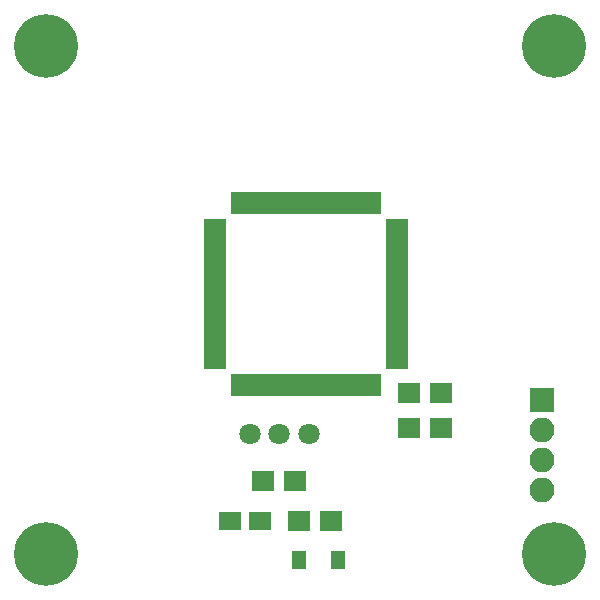
<source format=gbr>
G04 #@! TF.FileFunction,Soldermask,Top*
%FSLAX46Y46*%
G04 Gerber Fmt 4.6, Leading zero omitted, Abs format (unit mm)*
G04 Created by KiCad (PCBNEW 4.0.5) date 03/18/17 14:23:22*
%MOMM*%
%LPD*%
G01*
G04 APERTURE LIST*
%ADD10C,0.100000*%
%ADD11R,1.900000X0.700000*%
%ADD12R,0.700000X1.900000*%
%ADD13R,1.900000X1.700000*%
%ADD14C,1.797000*%
%ADD15C,5.400000*%
%ADD16R,1.900000X1.650000*%
%ADD17R,1.300000X1.600000*%
%ADD18R,2.100000X2.100000*%
%ADD19O,2.100000X2.100000*%
G04 APERTURE END LIST*
D10*
D11*
X17300000Y-18000000D03*
X17300000Y-18500000D03*
X17300000Y-19000000D03*
X17300000Y-19500000D03*
X17300000Y-20000000D03*
X17300000Y-20500000D03*
X17300000Y-21000000D03*
X17300000Y-21500000D03*
X17300000Y-22000000D03*
X17300000Y-22500000D03*
X17300000Y-23000000D03*
X17300000Y-23500000D03*
X17300000Y-24000000D03*
X17300000Y-24500000D03*
X17300000Y-25000000D03*
X17300000Y-25500000D03*
X17300000Y-26000000D03*
X17300000Y-26500000D03*
X17300000Y-27000000D03*
X17300000Y-27500000D03*
X17300000Y-28000000D03*
X17300000Y-28500000D03*
X17300000Y-29000000D03*
X17300000Y-29500000D03*
X17300000Y-30000000D03*
D12*
X19000000Y-31700000D03*
X19500000Y-31700000D03*
X20000000Y-31700000D03*
X20500000Y-31700000D03*
X21000000Y-31700000D03*
X21500000Y-31700000D03*
X22000000Y-31700000D03*
X22500000Y-31700000D03*
X23000000Y-31700000D03*
X23500000Y-31700000D03*
X24000000Y-31700000D03*
X24500000Y-31700000D03*
X25000000Y-31700000D03*
X25500000Y-31700000D03*
X26000000Y-31700000D03*
X26500000Y-31700000D03*
X27000000Y-31700000D03*
X27500000Y-31700000D03*
X28000000Y-31700000D03*
X28500000Y-31700000D03*
X29000000Y-31700000D03*
X29500000Y-31700000D03*
X30000000Y-31700000D03*
X30500000Y-31700000D03*
X31000000Y-31700000D03*
D11*
X32700000Y-30000000D03*
X32700000Y-29500000D03*
X32700000Y-29000000D03*
X32700000Y-28500000D03*
X32700000Y-28000000D03*
X32700000Y-27500000D03*
X32700000Y-27000000D03*
X32700000Y-26500000D03*
X32700000Y-26000000D03*
X32700000Y-25500000D03*
X32700000Y-25000000D03*
X32700000Y-24500000D03*
X32700000Y-24000000D03*
X32700000Y-23500000D03*
X32700000Y-23000000D03*
X32700000Y-22500000D03*
X32700000Y-22000000D03*
X32700000Y-21500000D03*
X32700000Y-21000000D03*
X32700000Y-20500000D03*
X32700000Y-20000000D03*
X32700000Y-19500000D03*
X32700000Y-19000000D03*
X32700000Y-18500000D03*
X32700000Y-18000000D03*
D12*
X31000000Y-16300000D03*
X30500000Y-16300000D03*
X30000000Y-16300000D03*
X29500000Y-16300000D03*
X29000000Y-16300000D03*
X28500000Y-16300000D03*
X28000000Y-16300000D03*
X27500000Y-16300000D03*
X27000000Y-16300000D03*
X26500000Y-16300000D03*
X26000000Y-16300000D03*
X25500000Y-16300000D03*
X25000000Y-16300000D03*
X24500000Y-16300000D03*
X24000000Y-16300000D03*
X23500000Y-16300000D03*
X23000000Y-16300000D03*
X22500000Y-16300000D03*
X22000000Y-16300000D03*
X21500000Y-16300000D03*
X21000000Y-16300000D03*
X20500000Y-16300000D03*
X20000000Y-16300000D03*
X19500000Y-16300000D03*
X19000000Y-16300000D03*
D13*
X24096000Y-39825000D03*
X21396000Y-39825000D03*
D14*
X20246640Y-35825000D03*
X25245360Y-35825000D03*
X22746000Y-35825000D03*
D15*
X46000000Y-46000000D03*
X3000000Y-46000000D03*
X3000000Y-3000000D03*
X46000000Y-3000000D03*
D16*
X21062000Y-43180000D03*
X18562000Y-43180000D03*
D17*
X24385000Y-46482000D03*
X27685000Y-46482000D03*
D13*
X27131000Y-43180000D03*
X24431000Y-43180000D03*
X33745000Y-35380000D03*
X36445000Y-35380000D03*
X33745000Y-32380000D03*
X36445000Y-32380000D03*
D18*
X45000000Y-33000000D03*
D19*
X45000000Y-35540000D03*
X45000000Y-38080000D03*
X45000000Y-40620000D03*
M02*

</source>
